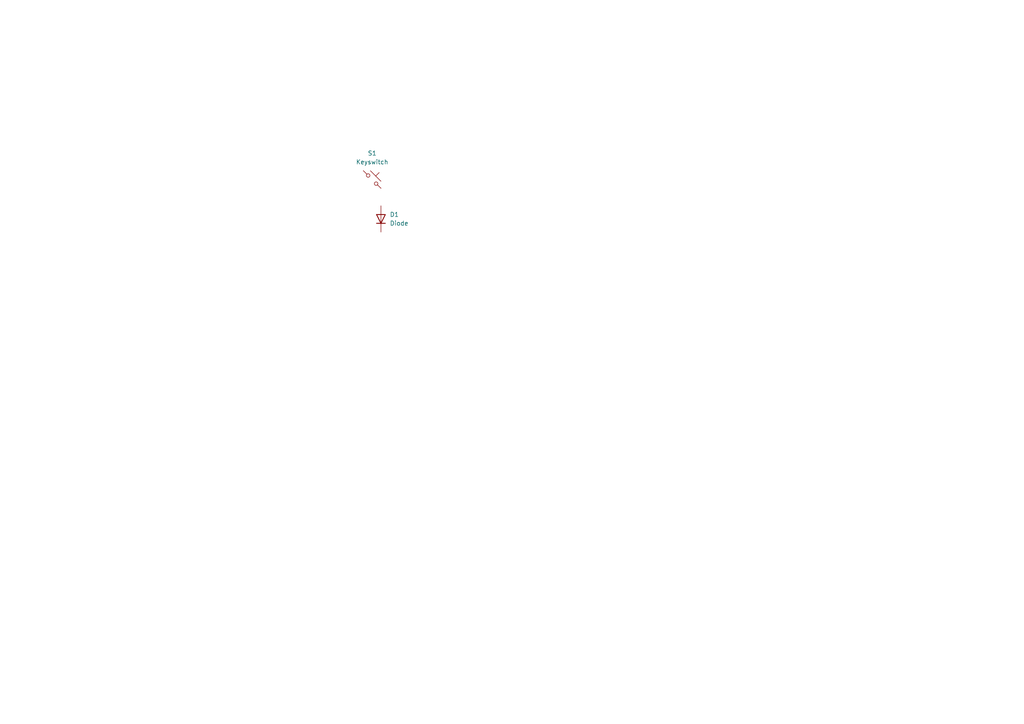
<source format=kicad_sch>
(kicad_sch (version 20231120) (generator "eeschema") (generator_version "8.0")
  (paper "A4")
  (lib_symbols
    (symbol "ScottoKeebs:Placeholder_Diode" (pin_numbers hide) (pin_names hide)
      (property "Reference" "D" (at 0 2.54 0))
      (property "Value" "Diode" (at 0 -2.54 0))
      (symbol "Placeholder_Diode_0_1"
        (polyline (pts (xy -1.27 1.27) (xy -1.27 -1.27)) (stroke (width 0.254)))
        (polyline (pts (xy 1.27 0) (xy -1.27 0)))
        (polyline (pts (xy 1.27 1.27) (xy 1.27 -1.27) (xy -1.27 0) (xy 1.27 1.27)) (stroke (width 0.254)))
      )
      (symbol "Placeholder_Diode_1_1"
        (pin passive line (at -3.81 0 0) (length 2.54) (name "K") (number "1"))
        (pin passive line (at 3.81 0 180) (length 2.54) (name "A") (number "2"))
      )
    )
    (symbol "ScottoKeebs:Placeholder_Keyswitch" (pin_numbers hide) (pin_names (offset 1.016) hide)
      (property "Reference" "S" (at 3.048 1.016 0))
      (property "Value" "Keyswitch" (at 0 -3.81 0))
      (symbol "Placeholder_Keyswitch_0_1"
        (circle (center -1.1684 1.1684) (radius 0.508))
        (polyline (pts (xy -0.508 2.54) (xy 2.54 -0.508)))
        (polyline (pts (xy 1.016 1.016) (xy 2.032 2.032)))
        (polyline (pts (xy -2.54 2.54) (xy -1.524 1.524) (xy -1.524 1.524)))
        (polyline (pts (xy 1.524 -1.524) (xy 2.54 -2.54) (xy 2.54 -2.54) (xy 2.54 -2.54)))
        (circle (center 1.143 -1.1938) (radius 0.508))
        (pin passive line (at -2.54 2.54 0) (length 0) (name "1") (number "1"))
        (pin passive line (at 2.54 -2.54 180) (length 0) (name "2") (number "2"))
      )
    )
  )
  (symbol (lib_id "ScottoKeebs:Placeholder_Diode") (at 110.49 63.5 90) (unit 1)
    (property "Reference" "D1" (at 113.03 62.2299 90) (effects (justify right)))
    (property "Value" "Diode" (at 113.03 64.7699 90) (effects (justify right)))
    (property "Description" "1N4148 (DO-35) or 1N4148W (SOD-123)" (effects (hide yes)))
    (property "Sim.Device" "D" (effects (hide yes)))
    (property "Sim.Pins" "1=K 2=A" (effects (hide yes)))
  )
  (symbol (lib_id "ScottoKeebs:Placeholder_Keyswitch") (at 107.95 52.07 0) (unit 1)
    (property "Reference" "S1" (at 107.95 44.45 0))
    (property "Value" "Keyswitch" (at 107.95 46.99 0))
    (property "Description" "Push button switch, normally open, two pins, 45° tilted" (effects (hide yes)))
  )
)
</source>
